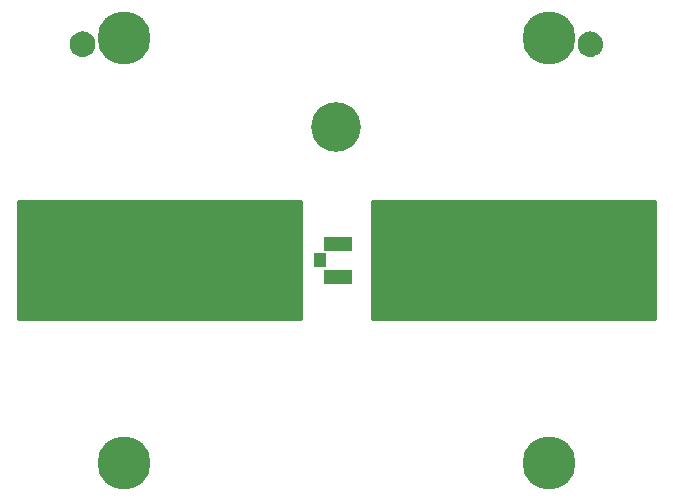
<source format=gts>
G75*
%MOIN*%
%OFA0B0*%
%FSLAX25Y25*%
%IPPOS*%
%LPD*%
%AMOC8*
5,1,8,0,0,1.08239X$1,22.5*
%
%ADD10C,0.16548*%
%ADD11C,0.01000*%
%ADD12C,0.17717*%
%ADD13C,0.12611*%
%ADD14R,0.09461X0.04934*%
%ADD15R,0.03950X0.04737*%
%ADD16R,0.08674X0.08674*%
%ADD17C,0.00500*%
D10*
X0107799Y0140961D03*
D11*
X0095988Y0116157D02*
X0001500Y0116157D01*
X0001500Y0076787D01*
X0095988Y0076787D01*
X0095988Y0116157D01*
X0095988Y0116026D02*
X0001500Y0116026D01*
X0001500Y0115027D02*
X0095988Y0115027D01*
X0095988Y0114029D02*
X0001500Y0114029D01*
X0001500Y0113030D02*
X0095988Y0113030D01*
X0095988Y0112032D02*
X0001500Y0112032D01*
X0001500Y0111033D02*
X0095988Y0111033D01*
X0095988Y0110035D02*
X0001500Y0110035D01*
X0001500Y0109036D02*
X0095988Y0109036D01*
X0095988Y0108038D02*
X0001500Y0108038D01*
X0001500Y0107039D02*
X0095988Y0107039D01*
X0095988Y0106041D02*
X0001500Y0106041D01*
X0001500Y0105042D02*
X0095988Y0105042D01*
X0095988Y0104044D02*
X0001500Y0104044D01*
X0001500Y0103045D02*
X0095988Y0103045D01*
X0095988Y0102046D02*
X0001500Y0102046D01*
X0001500Y0101048D02*
X0095988Y0101048D01*
X0095988Y0100049D02*
X0001500Y0100049D01*
X0001500Y0099051D02*
X0095988Y0099051D01*
X0095988Y0098052D02*
X0001500Y0098052D01*
X0001500Y0097054D02*
X0095988Y0097054D01*
X0095988Y0096055D02*
X0001500Y0096055D01*
X0001500Y0095057D02*
X0095988Y0095057D01*
X0095988Y0094058D02*
X0001500Y0094058D01*
X0001500Y0093060D02*
X0095988Y0093060D01*
X0095988Y0092061D02*
X0001500Y0092061D01*
X0001500Y0091063D02*
X0095988Y0091063D01*
X0095988Y0090064D02*
X0001500Y0090064D01*
X0001500Y0089066D02*
X0095988Y0089066D01*
X0095988Y0088067D02*
X0001500Y0088067D01*
X0001500Y0087069D02*
X0095988Y0087069D01*
X0095988Y0086070D02*
X0001500Y0086070D01*
X0001500Y0085072D02*
X0095988Y0085072D01*
X0095988Y0084073D02*
X0001500Y0084073D01*
X0001500Y0083075D02*
X0095988Y0083075D01*
X0095988Y0082076D02*
X0001500Y0082076D01*
X0001500Y0081078D02*
X0095988Y0081078D01*
X0095988Y0080079D02*
X0001500Y0080079D01*
X0001500Y0079081D02*
X0095988Y0079081D01*
X0095988Y0078082D02*
X0001500Y0078082D01*
X0001500Y0077084D02*
X0095988Y0077084D01*
X0119610Y0077084D02*
X0214098Y0077084D01*
X0214098Y0076787D02*
X0214098Y0116157D01*
X0119610Y0116157D01*
X0119610Y0076787D01*
X0214098Y0076787D01*
X0214098Y0078082D02*
X0119610Y0078082D01*
X0119610Y0079081D02*
X0214098Y0079081D01*
X0214098Y0080079D02*
X0119610Y0080079D01*
X0119610Y0081078D02*
X0214098Y0081078D01*
X0214098Y0082076D02*
X0119610Y0082076D01*
X0119610Y0083075D02*
X0214098Y0083075D01*
X0214098Y0084073D02*
X0119610Y0084073D01*
X0119610Y0085072D02*
X0214098Y0085072D01*
X0214098Y0086070D02*
X0119610Y0086070D01*
X0119610Y0087069D02*
X0214098Y0087069D01*
X0214098Y0088067D02*
X0119610Y0088067D01*
X0119610Y0089066D02*
X0214098Y0089066D01*
X0214098Y0090064D02*
X0119610Y0090064D01*
X0119610Y0091063D02*
X0214098Y0091063D01*
X0214098Y0092061D02*
X0119610Y0092061D01*
X0119610Y0093060D02*
X0214098Y0093060D01*
X0214098Y0094058D02*
X0119610Y0094058D01*
X0119610Y0095057D02*
X0214098Y0095057D01*
X0214098Y0096055D02*
X0119610Y0096055D01*
X0119610Y0097054D02*
X0214098Y0097054D01*
X0214098Y0098052D02*
X0119610Y0098052D01*
X0119610Y0099051D02*
X0214098Y0099051D01*
X0214098Y0100049D02*
X0119610Y0100049D01*
X0119610Y0101048D02*
X0214098Y0101048D01*
X0214098Y0102046D02*
X0119610Y0102046D01*
X0119610Y0103045D02*
X0214098Y0103045D01*
X0214098Y0104044D02*
X0119610Y0104044D01*
X0119610Y0105042D02*
X0214098Y0105042D01*
X0214098Y0106041D02*
X0119610Y0106041D01*
X0119610Y0107039D02*
X0214098Y0107039D01*
X0214098Y0108038D02*
X0119610Y0108038D01*
X0119610Y0109036D02*
X0214098Y0109036D01*
X0214098Y0110035D02*
X0119610Y0110035D01*
X0119610Y0111033D02*
X0214098Y0111033D01*
X0214098Y0112032D02*
X0119610Y0112032D01*
X0119610Y0113030D02*
X0214098Y0113030D01*
X0214098Y0114029D02*
X0119610Y0114029D01*
X0119610Y0115027D02*
X0214098Y0115027D01*
X0214098Y0116026D02*
X0119610Y0116026D01*
D12*
X0178665Y0170488D03*
X0036933Y0170488D03*
X0036933Y0028756D03*
X0178665Y0028756D03*
D13*
X0036933Y0028756D03*
X0178665Y0028756D03*
X0178665Y0170488D03*
X0036933Y0170488D03*
D14*
X0108193Y0101886D03*
X0108193Y0091059D03*
D15*
X0102189Y0096472D03*
D16*
X0090870Y0096472D03*
D17*
X0025684Y0165504D02*
X0025122Y0165110D01*
X0024500Y0164820D01*
X0023837Y0164642D01*
X0023154Y0164583D01*
X0022470Y0164642D01*
X0021807Y0164820D01*
X0021185Y0165110D01*
X0020623Y0165504D01*
X0020138Y0165989D01*
X0019744Y0166551D01*
X0019454Y0167173D01*
X0019276Y0167836D01*
X0019217Y0168520D01*
X0019276Y0169203D01*
X0019454Y0169866D01*
X0019744Y0170488D01*
X0020138Y0171050D01*
X0020623Y0171536D01*
X0021185Y0171929D01*
X0021807Y0172219D01*
X0022470Y0172397D01*
X0023154Y0172457D01*
X0023837Y0172397D01*
X0024500Y0172219D01*
X0025122Y0171929D01*
X0025684Y0171536D01*
X0026169Y0171050D01*
X0026563Y0170488D01*
X0026853Y0169866D01*
X0027031Y0169203D01*
X0027091Y0168520D01*
X0027031Y0167836D01*
X0026853Y0167173D01*
X0026563Y0166551D01*
X0026169Y0165989D01*
X0025684Y0165504D01*
X0025886Y0165706D02*
X0020421Y0165706D01*
X0019987Y0166204D02*
X0026320Y0166204D01*
X0026634Y0166703D02*
X0019673Y0166703D01*
X0019446Y0167201D02*
X0026861Y0167201D01*
X0026994Y0167700D02*
X0019313Y0167700D01*
X0019245Y0168198D02*
X0027062Y0168198D01*
X0027075Y0168697D02*
X0019232Y0168697D01*
X0019276Y0169195D02*
X0027031Y0169195D01*
X0026899Y0169694D02*
X0019408Y0169694D01*
X0019606Y0170192D02*
X0026701Y0170192D01*
X0026421Y0170691D02*
X0019886Y0170691D01*
X0020276Y0171189D02*
X0026031Y0171189D01*
X0025467Y0171688D02*
X0020840Y0171688D01*
X0021736Y0172186D02*
X0024571Y0172186D01*
X0025260Y0165207D02*
X0021047Y0165207D01*
X0022223Y0164709D02*
X0024084Y0164709D01*
X0188508Y0168520D02*
X0188568Y0169203D01*
X0188745Y0169866D01*
X0189035Y0170488D01*
X0189429Y0171050D01*
X0189914Y0171536D01*
X0190476Y0171929D01*
X0191098Y0172219D01*
X0191761Y0172397D01*
X0192445Y0172457D01*
X0193129Y0172397D01*
X0193791Y0172219D01*
X0194413Y0171929D01*
X0194976Y0171536D01*
X0195461Y0171050D01*
X0195854Y0170488D01*
X0196144Y0169866D01*
X0196322Y0169203D01*
X0196382Y0168520D01*
X0196322Y0167836D01*
X0196144Y0167173D01*
X0195854Y0166551D01*
X0195461Y0165989D01*
X0194976Y0165504D01*
X0194413Y0165110D01*
X0193791Y0164820D01*
X0193129Y0164642D01*
X0192445Y0164583D01*
X0191761Y0164642D01*
X0191098Y0164820D01*
X0190476Y0165110D01*
X0189914Y0165504D01*
X0189429Y0165989D01*
X0189035Y0166551D01*
X0188745Y0167173D01*
X0188568Y0167836D01*
X0188508Y0168520D01*
X0188523Y0168697D02*
X0196366Y0168697D01*
X0196354Y0168198D02*
X0188536Y0168198D01*
X0188604Y0167700D02*
X0196286Y0167700D01*
X0196152Y0167201D02*
X0188738Y0167201D01*
X0188965Y0166703D02*
X0195925Y0166703D01*
X0195611Y0166204D02*
X0189278Y0166204D01*
X0189712Y0165706D02*
X0195177Y0165706D01*
X0194552Y0165207D02*
X0190338Y0165207D01*
X0191515Y0164709D02*
X0193375Y0164709D01*
X0196323Y0169195D02*
X0188567Y0169195D01*
X0188699Y0169694D02*
X0196191Y0169694D01*
X0195992Y0170192D02*
X0188897Y0170192D01*
X0189177Y0170691D02*
X0195713Y0170691D01*
X0195322Y0171189D02*
X0189568Y0171189D01*
X0190131Y0171688D02*
X0194758Y0171688D01*
X0193862Y0172186D02*
X0191028Y0172186D01*
M02*

</source>
